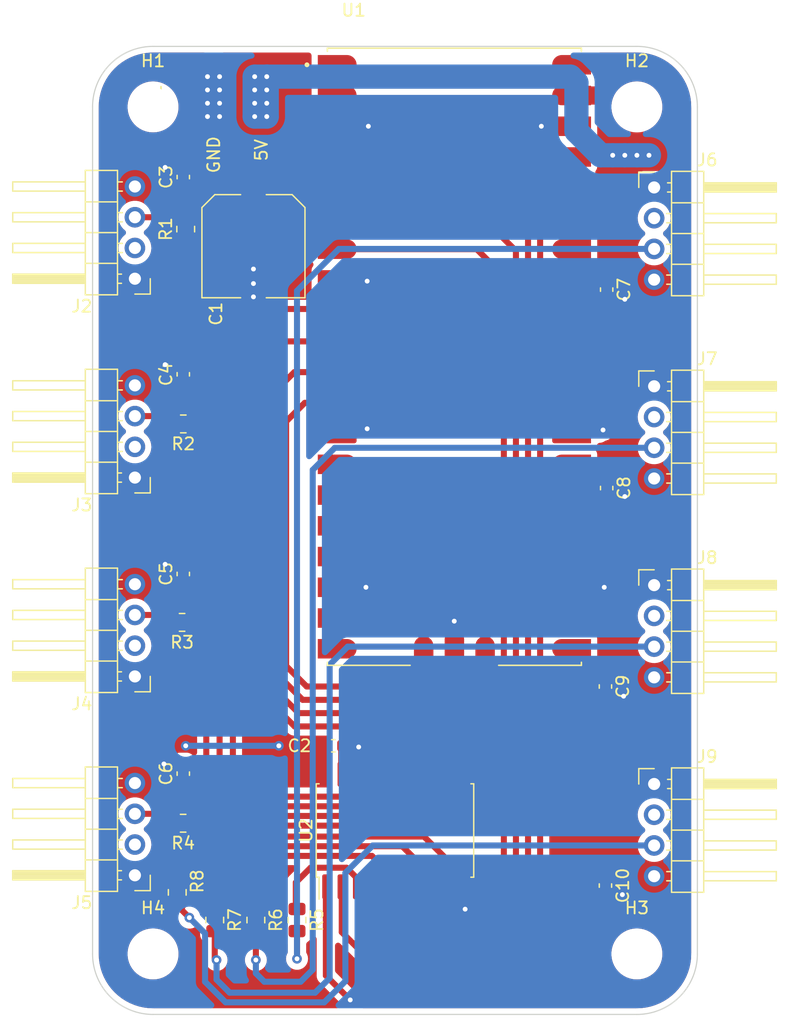
<source format=kicad_pcb>
(kicad_pcb (version 20211014) (generator pcbnew)
  (layers (0 "F.Cu" signal) (31 "B.Cu" signal) (34 "B.Paste" user) (35 "F.Paste" user) (36 "B.SilkS" user "B.Silkscreen") (37 "F.SilkS" user "F.Silkscreen") (38 "B.Mask" user) (39 "F.Mask" user) (44 "Edge.Cuts" user))
  (net 0 "")
  (net 3 "Net-(U1-Pad4)")
  (net 4 "Net-(U1-Pad5)")
  (net 5 "Net-(U1-Pad6)")
  (net 6 "Net-(U1-Pad7)")
  (net 7 "Net-(U1-Pad9)")
  (net 8 "Net-(U1-Pad10)")
  (net 9 "Net-(U1-Pad11)")
  (net 10 "Net-(U1-Pad12)")
  (net 34 "+5V")
  (net 35 "GND")
  (net 37 "Net-(J2-Pad3)")
  (net 39 "Net-(J3-Pad3)")
  (net 41 "Net-(J4-Pad3)")
  (net 43 "Net-(J5-Pad3)")
  (net 45 "Net-(J6-Pad3)")
  (net 47 "Net-(J7-Pad3)")
  (net 49 "Net-(J8-Pad3)")
  (net 51 "Net-(J9-Pad3)")
  (net 52 "/CH1_1")
  (net 53 "/CH1_2")
  (net 54 "/CH1_3")
  (net 55 "/CH1_4")
  (net 56 "/CH2_1")
  (net 57 "/CH2_2")
  (net 58 "/CH2_3")
  (net 59 "/CH2_4")
  (footprint "Resistor_SMD:R_0805_2012Metric" (layer "F.Cu") (at 127.7 75.1 90)
    (fp_text reference "R1")
    (fp_text value "330")
  )
  (footprint "srgb_pico:PinHeader_ARGB_1x04_P2.54mm_Horizontal" (layer "F.Cu") (at 166.425 88.09)
    (fp_text reference "J7")
    (fp_text value "Conn_01x04_Male")
  )
  (footprint "Resistor_SMD:R_0805_2012Metric" (layer "F.Cu") (at 136.9 132.2 -90)
    (fp_text reference "R5")
    (fp_text value "330")
  )
  (footprint "MountingHole:MountingHole_3.2mm_M3_DIN965" (layer "F.Cu") (at 165 135)
    (fp_text reference "H3")
    (fp_text value "MountingHole")
  )
  (footprint "Capacitor_SMD:C_0603_1608Metric" (layer "F.Cu") (at 127.5 87.1 90)
    (fp_text reference "C4")
    (fp_text value "1u")
  )
  (footprint "Capacitor_SMD:C_0603_1608Metric" (layer "F.Cu") (at 139.9 117.8 180)
    (fp_text reference "C2")
    (fp_text value "100n")
  )
  (footprint "MountingHole:MountingHole_3.2mm_M3_DIN965" (layer "F.Cu") (at 125 135)
    (fp_text reference "H4")
    (fp_text value "MountingHole")
  )
  (footprint "Capacitor_SMD:C_0603_1608Metric" (layer "F.Cu") (at 162.5 80.1 -90)
    (fp_text reference "C7")
    (fp_text value "1u")
  )
  (footprint "MountingHole:MountingHole_3.2mm_M3_DIN965" (layer "F.Cu") (at 165 65)
    (fp_text reference "H2")
    (fp_text value "MountingHole")
  )
  (footprint "Capacitor_SMD:C_0603_1608Metric" (layer "F.Cu") (at 127.5 103.6 90)
    (fp_text reference "C5")
    (fp_text value "1u")
  )
  (footprint "srgb_pico:MODULE_SC0915" (layer "F.Cu") (at 149.9125 85.65)
    (fp_text reference "U1")
    (fp_text value "SC0915")
  )
  (footprint "Resistor_SMD:R_0805_2012Metric" (layer "F.Cu") (at 127 129.9125 -90)
    (fp_text reference "R8")
    (fp_text value "330")
  )
  (footprint "Resistor_SMD:R_0805_2012Metric" (layer "F.Cu") (at 130.1 132.2 -90)
    (fp_text reference "R7")
    (fp_text value "330")
  )
  (footprint "srgb_pico:PinHeader_ARGB_1x04_P2.54mm_Horizontal" (layer "F.Cu") (at 123.5 112.066666 180)
    (fp_text reference "J4")
    (fp_text value "Conn_01x04_Male")
  )
  (footprint "Resistor_SMD:R_0805_2012Metric" (layer "F.Cu") (at 127.4875 124.2 180)
    (fp_text reference "R4")
    (fp_text value "330")
  )
  (footprint "srgb_pico:PinHeader_ARGB_1x04_P2.54mm_Horizontal" (layer "F.Cu") (at 123.5 79.2 180)
    (fp_text reference "J2")
    (fp_text value "Conn_01x04_Male")
  )
  (footprint "srgb_pico:PinHeader_ARGB_1x04_P2.54mm_Horizontal" (layer "F.Cu") (at 166.425 71.656667)
    (fp_text reference "J6")
    (fp_text value "Conn_01x04_Male")
  )
  (footprint "srgb_pico:pwr_in" (layer "F.Cu") (at 125.7 64 90)
    (fp_text reference "J1")
    (fp_text value "Conn_01x02")
  )
  (footprint "Capacitor_SMD:C_0603_1608Metric" (layer "F.Cu") (at 162.4 112.9 -90)
    (fp_text reference "C9")
    (fp_text value "1u")
  )
  (footprint "Resistor_SMD:R_0805_2012Metric" (layer "F.Cu") (at 127.4 107.6 180)
    (fp_text reference "R3")
    (fp_text value "330")
  )
  (footprint "Capacitor_SMD:C_0603_1608Metric" (layer "F.Cu") (at 162.4 129.35 -90)
    (fp_text reference "C10")
    (fp_text value "1u")
  )
  (footprint "Capacitor_SMD:C_0603_1608Metric" (layer "F.Cu") (at 127.5 70.8 90)
    (fp_text reference "C3")
    (fp_text value "1u")
  )
  (footprint "srgb_pico:PinHeader_ARGB_1x04_P2.54mm_Horizontal" (layer "F.Cu") (at 166.425 104.523333)
    (fp_text reference "J8")
    (fp_text value "Conn_01x04_Male")
  )
  (footprint "Capacitor_SMD:C_0603_1608Metric" (layer "F.Cu") (at 127.5 120.1 90)
    (fp_text reference "C6")
    (fp_text value "1u")
  )
  (footprint "Capacitor_SMD:C_Elec_8x6.2" (layer "F.Cu") (at 133.3 76.5125 -90)
    (fp_text reference "C1")
    (fp_text value "470u")
  )
  (footprint "Resistor_SMD:R_0805_2012Metric" (layer "F.Cu") (at 127.5 91.2 180)
    (fp_text reference "R2")
    (fp_text value "330")
  )
  (footprint "srgb_pico:PinHeader_ARGB_1x04_P2.54mm_Horizontal" (layer "F.Cu") (at 166.425 120.956667)
    (fp_text reference "J9")
    (fp_text value "Conn_01x04_Male")
  )
  (footprint "srgb_pico:PinHeader_ARGB_1x04_P2.54mm_Horizontal" (layer "F.Cu") (at 123.5 128.5 180)
    (fp_text reference "J5")
    (fp_text value "Conn_01x04_Male")
  )
  (footprint "Resistor_SMD:R_0805_2012Metric" (layer "F.Cu") (at 133.5 132.2 -90)
    (fp_text reference "R6")
    (fp_text value "330")
  )
  (footprint "Capacitor_SMD:C_0603_1608Metric" (layer "F.Cu") (at 162.5 96.5 -90)
    (fp_text reference "C8")
    (fp_text value "1u")
  )
  (footprint "MountingHole:MountingHole_3.2mm_M3_DIN965" (layer "F.Cu") (at 125 65)
    (fp_text reference "H1")
    (fp_text value "MountingHole")
  )
  (footprint "srgb_pico:PinHeader_ARGB_1x04_P2.54mm_Horizontal" (layer "F.Cu") (at 123.5 95.633333 180)
    (fp_text reference "J3")
    (fp_text value "Conn_01x04_Male")
  )
  (footprint "Package_SO:SOIC-20W_7.5x12.8mm_P1.27mm" (layer "F.Cu") (at 145 124.8 90)
    (fp_text reference "U2")
    (fp_text value "74HCT244")
  )
  (gr_line (start 170 135) (end 170 65) (layer "Edge.Cuts") (width 0.1))
  (gr_arc (start 120 65) (mid 121.464466 61.464466) (end 125 60) (layer "Edge.Cuts") (width 0.1))
  (gr_arc (start 165 60) (mid 168.535534 61.464466) (end 170 65) (layer "Edge.Cuts") (width 0.1))
  (gr_arc (start 170 135) (mid 168.535534 138.535534) (end 165 140) (layer "Edge.Cuts") (width 0.1))
  (gr_line (start 165 60) (end 125 60) (layer "Edge.Cuts") (width 0.1))
  (gr_line (start 120 65) (end 120 135) (layer "Edge.Cuts") (width 0.1))
  (gr_line (start 125 140) (end 165 140) (layer "Edge.Cuts") (width 0.1))
  (gr_arc (start 125 140) (mid 121.464466 138.535534) (end 120 135) (layer "Edge.Cuts") (width 0.1))
  (segment (start 157 72.9) (end 153.24 69.14) (width 0.5) (layer "F.Cu") (net 3))
  (segment (start 140.555 129.45) (end 140.6 129.495) (width 0.5) (layer "F.Cu") (net 3))
  (segment (start 143.2 135.8) (end 154.501497 135.8) (width 0.5) (layer "F.Cu") (net 3))
  (segment (start 157 133.301497) (end 157 72.9) (width 0.5) (layer "F.Cu") (net 3))
  (segment (start 140.6 129.495) (end 140.6 133.2) (width 0.5) (layer "F.Cu") (net 3))
  (segment (start 153.24 69.14) (end 140.2225 69.14) (width 0.5) (layer "F.Cu") (net 3))
  (segment (start 140.6 133.2) (end 143.2 135.8) (width 0.5) (layer "F.Cu") (net 3))
  (segment (start 154.501497 135.8) (end 157 133.301497) (width 0.5) (layer "F.Cu") (net 3))
  (segment (start 143.095 129.45) (end 143.095 132.795) (width 0.5) (layer "F.Cu") (net 4))
  (segment (start 152.88 71.68) (end 140.2225 71.68) (width 0.5) (layer "F.Cu") (net 4))
  (segment (start 156 74.8) (end 152.88 71.68) (width 0.5) (layer "F.Cu") (net 4))
  (segment (start 143.095 132.795) (end 145 134.7) (width 0.5) (layer "F.Cu") (net 4))
  (segment (start 145 134.7) (end 154.270333 134.7) (width 0.5) (layer "F.Cu") (net 4))
  (segment (start 154.270333 134.7) (end 156 132.970333) (width 0.5) (layer "F.Cu") (net 4))
  (segment (start 156 132.970333) (end 156 74.8) (width 0.5) (layer "F.Cu") (net 4))
  (segment (start 145.635 132.334002) (end 146.900998 133.6) (width 0.5) (layer "F.Cu") (net 5))
  (segment (start 155 132.63917) (end 155 76.9) (width 0.5) (layer "F.Cu") (net 5))
  (segment (start 146.900998 133.6) (end 154.03917 133.6) (width 0.5) (layer "F.Cu") (net 5))
  (segment (start 155 76.9) (end 152.32 74.22) (width 0.5) (layer "F.Cu") (net 5))
  (segment (start 152.32 74.22) (end 140.2225 74.22) (width 0.5) (layer "F.Cu") (net 5))
  (segment (start 145.635 129.45) (end 145.635 132.334002) (width 0.5) (layer "F.Cu") (net 5))
  (segment (start 154.03917 133.6) (end 155 132.63917) (width 0.5) (layer "F.Cu") (net 5))
  (segment (start 149.001497 132.501497) (end 148.2 131.7) (width 0.5) (layer "F.Cu") (net 6))
  (segment (start 153.999994 78.999994) (end 153.999994 132.308008) (width 0.5) (layer "F.Cu") (net 6))
  (segment (start 151.76 76.76) (end 153.999994 78.999994) (width 0.5) (layer "F.Cu") (net 6))
  (segment (start 140.2225 76.76) (end 151.76 76.76) (width 0.5) (layer "F.Cu") (net 6))
  (segment (start 153.806505 132.501497) (end 149.001497 132.501497) (width 0.5) (layer "F.Cu") (net 6))
  (segment (start 148.2 131.7) (end 148.2 129.475) (width 0.5) (layer "F.Cu") (net 6))
  (segment (start 153.999994 132.308008) (end 153.806505 132.501497) (width 0.5) (layer "F.Cu") (net 6))
  (segment (start 148.2 129.475) (end 148.175 129.45) (width 0.5) (layer "F.Cu") (net 6))
  (segment (start 140.2225 81.84) (end 140.0825 81.7) (width 0.5) (layer "F.Cu") (net 7))
  (segment (start 135.298503 81.7) (end 132.7 84.298503) (width 0.5) (layer "F.Cu") (net 7))
  (segment (start 140.0825 81.7) (end 135.298503 81.7) (width 0.5) (layer "F.Cu") (net 7))
  (segment (start 136.704001 116.199999) (end 142.1 116.2) (width 0.5) (layer "F.Cu") (net 7))
  (segment (start 142.1 116.2) (end 143.095 117.195) (width 0.5) (layer "F.Cu") (net 7))
  (segment (start 143.095 117.195) (end 143.095 120.15) (width 0.5) (layer "F.Cu") (net 7))
  (segment (start 132.7 112.195998) (end 136.704001 116.199999) (width 0.5) (layer "F.Cu") (net 7))
  (segment (start 132.7 84.298503) (end 132.7 112.195998) (width 0.5) (layer "F.Cu") (net 7))
  (segment (start 135.82 84.38) (end 133.8 86.4) (width 0.5) (layer "F.Cu") (net 8))
  (segment (start 133.8 111.862328) (end 133.801496 111.862328) (width 0.5) (layer "F.Cu") (net 8))
  (segment (start 145.635 116.535) (end 145.635 120.15) (width 0.5) (layer "F.Cu") (net 8))
  (segment (start 144.2 115.1) (end 145.635 116.535) (width 0.5) (layer "F.Cu") (net 8))
  (segment (start 140.2225 84.38) (end 135.82 84.38) (width 0.5) (layer "F.Cu") (net 8))
  (segment (start 133.8 86.4) (end 133.8 111.862328) (width 0.5) (layer "F.Cu") (net 8))
  (segment (start 133.801496 111.862328) (end 137.039167 115.099999) (width 0.5) (layer "F.Cu") (net 8))
  (segment (start 137.039167 115.099999) (end 144.2 115.1) (width 0.5) (layer "F.Cu") (net 8))
  (segment (start 134.900499 111.531164) (end 137.370332 114.000998) (width 0.5) (layer "F.Cu") (net 9))
  (segment (start 134.900499 111.531164) (end 134.900499 88.699501) (width 0.5) (layer "F.Cu") (net 9))
  (segment (start 148.175 120.15) (end 148.175 115.775) (width 0.5) (layer "F.Cu") (net 9))
  (segment (start 148.175 115.775) (end 146.400998 114.000998) (width 0.5) (layer "F.Cu") (net 9))
  (segment (start 146.400998 114.000998) (end 137.370332 114.000998) (width 0.5) (layer "F.Cu") (net 9))
  (segment (start 136.68 86.92) (end 140.2225 86.92) (width 0.5) (layer "F.Cu") (net 9))
  (segment (start 136.68 86.92) (end 134.900499 88.699501) (width 0.5) (layer "F.Cu") (net 9))
  (segment (start 137.54 89.46) (end 136 91) (width 0.5) (layer "F.Cu") (net 10))
  (segment (start 148.9 112.9) (end 150.715 114.715) (width 0.5) (layer "F.Cu") (net 10))
  (segment (start 140.2225 89.46) (end 137.54 89.46) (width 0.5) (layer "F.Cu") (net 10))
  (segment (start 136 111.2) (end 137.7 112.9) (width 0.5) (layer "F.Cu") (net 10))
  (segment (start 137.7 112.9) (end 148.9 112.9) (width 0.5) (layer "F.Cu") (net 10))
  (segment (start 136 91) (end 136 111.2) (width 0.5) (layer "F.Cu") (net 10))
  (segment (start 150.715 114.715) (end 150.715 120.15) (width 0.5) (layer "F.Cu") (net 10))
  (segment (start 159.94 64.06) (end 160 64) (width 1.5) (layer "F.Cu") (net 34))
  (segment (start 161.94 64.06) (end 162 64) (width 1.5) (layer "F.Cu") (net 34))
  (segment (start 139.285 117.96) (end 139.125 117.8) (width 0.5) (layer "F.Cu") (net 34))
  (segment (start 162.418333 112.143333) (end 162.4 112.125) (width 0.5) (layer "F.Cu") (net 34))
  (segment (start 139.125 117.8) (end 135.4 117.8) (width 0.5) (layer "F.Cu") (net 34))
  (segment (start 166.425 128.576667) (end 162.401667 128.576667) (width 0.5) (layer "F.Cu") (net 34))
  (segment (start 166.425 95.71) (end 162.99 95.71) (width 0.5) (layer "F.Cu") (net 34))
  (segment (start 162.401667 128.576667) (end 162.4 128.575) (width 0.5) (layer "F.Cu") (net 34))
  (segment (start 166.425 112.143333) (end 162.418333 112.143333) (width 0.5) (layer "F.Cu") (net 34))
  (segment (start 162.548333 79.276667) (end 162.5 79.325) (width 0.5) (layer "F.Cu") (net 34))
  (segment (start 159.6025 64.06) (end 161.94 64.06) (width 1.5) (layer "F.Cu") (net 34))
  (segment (start 166.425 79.276667) (end 162.548333 79.276667) (width 0.5) (layer "F.Cu") (net 34))
  (segment (start 162.99 95.71) (end 162.5 96.2) (width 0.5) (layer "F.Cu") (net 34))
  (segment (start 159.6025 64.06) (end 159.94 64.06) (width 1.5) (layer "F.Cu") (net 34))
  (segment (start 139.285 120.15) (end 139.285 117.96) (width 0.5) (layer "F.Cu") (net 34))
  (via (at 134.4 65.8) (size 0.8) (drill 0.4) (layers "F.Cu" "B.Cu") (net 34))
  (via (at 133.4 65.8) (size 0.8) (drill 0.4) (layers "F.Cu" "B.Cu") (net 34))
  (via (at 166 69) (size 0.8) (drill 0.4) (layers "F.Cu" "B.Cu") (net 34))
  (via (at 134.4 63.6) (size 0.8) (drill 0.4) (layers "F.Cu" "B.Cu") (net 34))
  (via (at 127.7 117.8) (size 0.8) (drill 0.4) (layers "F.Cu" "B.Cu") (net 34))
  (via (at 134.4 64.7) (size 0.8) (drill 0.4) (layers "F.Cu" "B.Cu") (net 34))
  (via (at 133.4 63.6) (size 0.8) (drill 0.4) (layers "F.Cu" "B.Cu") (net 34))
  (via (at 163 69) (size 0.8) (drill 0.4) (layers "F.Cu" "B.Cu") (net 34))
  (via (at 133.4 64.7) (size 0.8) (drill 0.4) (layers "F.Cu" "B.Cu") (net 34))
  (via (at 165 69) (size 0.8) (drill 0.4) (layers "F.Cu" "B.Cu") (net 34))
  (via (at 135.4 117.8) (size 0.8) (drill 0.4) (layers "F.Cu" "B.Cu") (net 34))
  (via (at 134.4 62.5) (size 0.8) (drill 0.4) (layers "F.Cu" "B.Cu") (net 34))
  (via (at 133.4 62.5) (size 0.8) (drill 0.4) (layers "F.Cu" "B.Cu") (net 34))
  (via (at 164 69) (size 0.8) (drill 0.4) (layers "F.Cu" "B.Cu") (net 34))
  (segment (start 135.4 117.8) (end 127.7 117.8) (width 0.5) (layer "B.Cu") (net 34))
  (segment (start 165 69) (end 166 69) (width 2) (layer "B.Cu") (net 34))
  (segment (start 133.4 65.8) (end 133.4 62.5) (width 2) (layer "B.Cu") (net 34))
  (segment (start 162 69) (end 163 69) (width 2) (layer "B.Cu") (net 34))
  (segment (start 133.4 62.5) (end 134.4 62.5) (width 2) (layer "B.Cu") (net 34))
  (segment (start 159.5 62.5) (end 160 63) (width 2) (layer "B.Cu") (net 34))
  (segment (start 160 67) (end 162 69) (width 2) (layer "B.Cu") (net 34))
  (segment (start 164 69) (end 165 69) (width 2) (layer "B.Cu") (net 34))
  (segment (start 163 69) (end 164 69) (width 2) (layer "B.Cu") (net 34))
  (segment (start 160 63) (end 160 67) (width 2) (layer "B.Cu") (net 34))
  (segment (start 133.4 65.8) (end 134.4 65.8) (width 2) (layer "B.Cu") (net 34))
  (segment (start 134.4 62.5) (end 134.4 65.8) (width 2) (layer "B.Cu") (net 34))
  (segment (start 134.4 62.5) (end 159.5 62.5) (width 2) (layer "B.Cu") (net 34))
  (segment (start 140.675 117.8) (end 141.9 117.8) (width 0.5) (layer "F.Cu") (net 35))
  (segment (start 162.4 130.125) (end 163.775 130.125) (width 0.5) (layer "F.Cu") (net 35))
  (segment (start 139.285 129.45) (end 139.285 136.785) (width 0.5) (layer "F.Cu") (net 35))
  (segment (start 159.6025 92) (end 161.9 92) (width 0.5) (layer "F.Cu") (net 35))
  (segment (start 127.5 119.325) (end 125.925 119.325) (width 0.5) (layer "F.Cu") (net 35))
  (segment (start 160.3 79.3) (end 161.875 80.875) (width 0.5) (layer "F.Cu") (net 35))
  (segment (start 127.5 70.025) (end 126.025 70.025) (width 0.5) (layer "F.Cu") (net 35))
  (segment (start 163.925 97.275) (end 164 97.2) (width 0.5) (layer "F.Cu") (net 35))
  (segment (start 161.9 92) (end 162.2 91.7) (width 0.5) (layer "F.Cu") (net 35))
  (segment (start 163.975 80.875) (end 164 80.9) (width 0.5) (layer "F.Cu") (net 35))
  (segment (start 159.6025 104.7) (end 162.3 104.7) (width 0.5) (layer "F.Cu") (net 35))
  (segment (start 159.6025 66.6) (end 157.1 66.6) (width 0.5) (layer "F.Cu") (net 35))
  (segment (start 127.5 102.825) (end 126.025 102.825) (width 0.5) (layer "F.Cu") (net 35))
  (segment (start 163.775 130.125) (end 163.8 130.1) (width 0.5) (layer "F.Cu") (net 35))
  (segment (start 140.2225 104.7) (end 142.6 104.7) (width 0.5) (layer "F.Cu") (net 35))
  (segment (start 162.5 97.275) (end 163.925 97.275) (width 0.5) (layer "F.Cu") (net 35))
  (segment (start 126.025 102.825) (end 126 102.8) (width 0.5) (layer "F.Cu") (net 35))
  (segment (start 125.925 119.325) (end 125.9 119.3) (width 0.5) (layer "F.Cu") (net 35))
  (segment (start 162.5 80.875) (end 163.975 80.875) (width 0.5) (layer "F.Cu") (net 35))
  (segment (start 142.6 79.3) (end 142.7 79.4) (width 0.5) (layer "F.Cu") (net 35))
  (segment (start 140.555 120.15) (end 140.555 117.92) (width 0.5) (layer "F.Cu") (net 35))
  (segment (start 127.5 86.325) (end 126.025 86.325) (width 0.5) (layer "F.Cu") (net 35))
  (segment (start 159.6025 79.3) (end 160.3 79.3) (width 0.5) (layer "F.Cu") (net 35))
  (segment (start 141.9 117.8) (end 142 117.9) (width 0.5) (layer "F.Cu") (net 35))
  (segment (start 149.9125 110.35) (end 149.9125 107.5125) (width 0.5) (layer "F.Cu") (net 35))
  (segment (start 140.2225 92) (end 142.3 92) (width 0.5) (layer "F.Cu") (net 35))
  (segment (start 162.4 113.675) (end 163.875 113.675) (width 0.5) (layer "F.Cu") (net 35))
  (segment (start 150.715 131.215) (end 150.8 131.3) (width 0.5) (layer "F.Cu") (net 35))
  (segment (start 139.285 136.785) (end 141.3 138.8) (width 0.5) (layer "F.Cu") (net 35))
  (segment (start 140.555 117.92) (end 140.675 117.8) (width 0.5) (layer "F.Cu") (net 35))
  (segment (start 126.025 86.325) (end 126 86.3) (width 0.5) (layer "F.Cu") (net 35))
  (segment (start 140.2225 66.6) (end 142.8 66.6) (width 0.5) (layer "F.Cu") (net 35))
  (segment (start 163.875 113.675) (end 163.9 113.7) (width 0.5) (layer "F.Cu") (net 35))
  (segment (start 126.025 70.025) (end 126 70) (width 0.5) (layer "F.Cu") (net 35))
  (segment (start 161.875 80.875) (end 162.5 80.875) (width 0.5) (layer "F.Cu") (net 35))
  (segment (start 149.9125 107.5125) (end 149.9 107.5) (width 0.5) (layer "F.Cu") (net 35))
  (segment (start 142.3 92) (end 142.7 91.6) (width 0.5) (layer "F.Cu") (net 35))
  (segment (start 140.2225 79.3) (end 142.6 79.3) (width 0.5) (layer "F.Cu") (net 35))
  (segment (start 150.715 129.45) (end 150.715 131.215) (width 0.5) (layer "F.Cu") (net 35))
  (via (at 133.3 80.7) (size 0.8) (drill 0.4) (layers "F.Cu" "B.Cu") (net 35))
  (via (at 162.2 91.7) (size 0.8) (drill 0.4) (layers "F.Cu" "B.Cu") (net 35))
  (via (at 150.8 131.3) (size 0.8) (drill 0.4) (layers "F.Cu" "B.Cu") (net 35))
  (via (at 130.5 64.7) (size 0.8) (drill 0.4) (layers "F.Cu" "B.Cu") (net 35))
  (via (at 163.8 130.1) (size 0.8) (drill 0.4) (layers "F.Cu" "B.Cu") (net 35))
  (via (at 129.5 62.5) (size 0.8) (drill 0.4) (layers "F.Cu" "B.Cu") (net 35))
  (via (at 129.5 65.8) (size 0.8) (drill 0.4) (layers "F.Cu" "B.Cu") (net 35))
  (via (at 142.7 91.6) (size 0.8) (drill 0.4) (layers "F.Cu" "B.Cu") (net 35))
  (via (at 133.3 78.4) (size 0.8) (drill 0.4) (layers "F.Cu" "B.Cu") (net 35))
  (via (at 141.3 138.8) (size 0.8) (drill 0.4) (layers "F.Cu" "B.Cu") (net 35))
  (via (at 149.9 107.5) (size 0.8) (drill 0.4) (layers "F.Cu" "B.Cu") (net 35))
  (via (at 142.7 79.4) (size 0.8) (drill 0.4) (layers "F.Cu" "B.Cu") (net 35))
  (via (at 162.3 104.7) (size 0.8) (drill 0.4) (layers "F.Cu" "B.Cu") (net 35))
  (via (at 133.3 79.6) (size 0.8) (drill 0.4) (layers "F.Cu" "B.Cu") (net 35))
  (via (at 130.5 63.6) (size 0.8) (drill 0.4) (layers "F.Cu" "B.Cu") (net 35))
  (via (at 126 70) (size 0.8) (drill 0.4) (layers "F.Cu" "B.Cu") (net 35))
  (via (at 142.8 66.6) (size 0.8) (drill 0.4) (layers "F.Cu" "B.Cu") (net 35))
  (via (at 142.6 104.7) (size 0.8) (drill 0.4) (layers "F.Cu" "B.Cu") (net 35))
  (via (at 130.5 65.8) (size 0.8) (drill 0.4) (layers "F.Cu" "B.Cu") (net 35))
  (via (at 163.9 113.7) (size 0.8) (drill 0.4) (layers "F.Cu" "B.Cu") (net 35))
  (via (at 126 102.8) (size 0.8) (drill 0.4) (layers "F.Cu" "B.Cu") (net 35))
  (via (at 142 117.9) (size 0.8) (drill 0.4) (layers "F.Cu" "B.Cu") (net 35))
  (via (at 164 97.2) (size 0.8) (drill 0.4) (layers "F.Cu" "B.Cu") (net 35))
  (via (at 129.5 64.7) (size 0.8) (drill 0.4) (layers "F.Cu" "B.Cu") (net 35))
  (via (at 129.5 63.6) (size 0.8) (drill 0.4) (layers "F.Cu" "B.Cu") (net 35))
  (via (at 157.1 66.6) (size 0.8) (drill 0.4) (layers "F.Cu" "B.Cu") (net 35))
  (via (at 125.9 119.3) (size 0.8) (drill 0.4) (layers "F.Cu" "B.Cu") (net 35))
  (via (at 164 80.9) (size 0.8) (drill 0.4) (layers "F.Cu" "B.Cu") (net 35))
  (via (at 130.5 62.5) (size 0.8) (drill 0.4) (layers "F.Cu" "B.Cu") (net 35))
  (via (at 126 86.3) (size 0.8) (drill 0.4) (layers "F.Cu" "B.Cu") (net 35))
  (segment (start 127.6325 74.12) (end 127.7 74.1875) (width 0.5) (layer "F.Cu") (net 37))
  (segment (start 123.5 74.12) (end 127.6325 74.12) (width 0.5) (layer "F.Cu") (net 37))
  (segment (start 125.940833 90.553333) (end 126.5875 91.2) (width 0.5) (layer "F.Cu") (net 39))
  (segment (start 123.5 90.553333) (end 125.940833 90.553333) (width 0.5) (layer "F.Cu") (net 39))
  (segment (start 123.5 106.986666) (end 125.874166 106.986666) (width 0.5) (layer "F.Cu") (net 41))
  (segment (start 125.874166 106.986666) (end 126.4875 107.6) (width 0.5) (layer "F.Cu") (net 41))
  (segment (start 123.5 123.42) (end 125.795 123.42) (width 0.5) (layer "F.Cu") (net 43))
  (segment (start 125.795 123.42) (end 126.575 124.2) (width 0.5) (layer "F.Cu") (net 43))
  (segment (start 136.9 133.1125) (end 136.9 135.4) (width 0.5) (layer "F.Cu") (net 45))
  (via (at 136.9 135.4) (size 0.8) (drill 0.4) (layers "F.Cu" "B.Cu") (net 45))
  (segment (start 140.363333 76.736667) (end 166.425 76.736667) (width 0.5) (layer "B.Cu") (net 45))
  (segment (start 136.9 80.2) (end 140.363333 76.736667) (width 0.5) (layer "B.Cu") (net 45))
  (segment (start 136.9 135.4) (end 136.9 80.2) (width 0.5) (layer "B.Cu") (net 45))
  (segment (start 133.5 133.1125) (end 133.5 135.5) (width 0.5) (layer "F.Cu") (net 47))
  (via (at 133.5 135.5) (size 0.8) (drill 0.4) (layers "F.Cu" "B.Cu") (net 47))
  (segment (start 137.2 137.3) (end 138.2 136.3) (width 0.5) (layer "B.Cu") (net 47))
  (segment (start 133.5 135.5) (end 133.5 136.6) (width 0.5) (layer "B.Cu") (net 47))
  (segment (start 133.5 136.6) (end 134.2 137.3) (width 0.5) (layer "B.Cu") (net 47))
  (segment (start 134.2 137.3) (end 137.2 137.3) (width 0.5) (layer "B.Cu") (net 47))
  (segment (start 140.03 93.17) (end 166.425 93.17) (width 0.5) (layer "B.Cu") (net 47))
  (segment (start 138.2 95) (end 140.03 93.17) (width 0.5) (layer "B.Cu") (net 47))
  (segment (start 138.2 136.3) (end 138.2 95) (width 0.5) (layer "B.Cu") (net 47))
  (segment (start 130.1 135.3505) (end 130.2495 135.5) (width 0.5) (layer "F.Cu") (net 49))
  (segment (start 130.1 133.1125) (end 130.1 135.3505) (width 0.5) (layer "F.Cu") (net 49))
  (via (at 130.2495 135.5) (size 0.8) (drill 0.4) (layers "F.Cu" "B.Cu") (net 49))
  (segment (start 131.331165 138.200499) (end 130.2495 137.118834) (width 0.5) (layer "B.Cu") (net 49))
  (segment (start 139.6 137) (end 138.399501 138.200499) (width 0.5) (layer "B.Cu") (net 49))
  (segment (start 141.096667 109.603333) (end 139.6 111.1) (width 0.5) (layer "B.Cu") (net 49))
  (segment (start 139.6 111.1) (end 139.6 137) (width 0.5) (layer "B.Cu") (net 49))
  (segment (start 130.2495 137.118834) (end 130.2495 135.5) (width 0.5) (layer "B.Cu") (net 49))
  (segment (start 166.425 109.603333) (end 141.096667 109.603333) (width 0.5) (layer "B.Cu") (net 49))
  (segment (start 138.399501 138.200499) (end 131.331165 138.200499) (width 0.5) (layer "B.Cu") (net 49))
  (segment (start 127 130.825) (end 127 131) (width 0.5) (layer "F.Cu") (net 51))
  (segment (start 127 131) (end 128 132) (width 0.5) (layer "F.Cu") (net 51))
  (via (at 128 132) (size 0.8) (drill 0.4) (layers "F.Cu" "B.Cu") (net 51))
  (segment (start 140.9 137.25493) (end 140.9 128.3) (width 0.5) (layer "B.Cu") (net 51))
  (segment (start 131 139) (end 139.15493 139) (width 0.5) (layer "B.Cu") (net 51))
  (segment (start 140.9 128.3) (end 143.163333 126.036667) (width 0.5) (layer "B.Cu") (net 51))
  (segment (start 128 132) (end 129.3 133.3) (width 0.5) (layer "B.Cu") (net 51))
  (segment (start 129.3 137.3) (end 131 139) (width 0.5) (layer "B.Cu") (net 51))
  (segment (start 129.3 133.3) (end 129.3 137.3) (width 0.5) (layer "B.Cu") (net 51))
  (segment (start 139.15493 139) (end 140.9 137.25493) (width 0.5) (layer "B.Cu") (net 51))
  (segment (start 143.163333 126.036667) (end 166.425 126.036667) (width 0.5) (layer "B.Cu") (net 51))
  (segment (start 131.6 121.1) (end 131.6 76.8) (width 0.5) (layer "F.Cu") (net 52))
  (segment (start 132.5 122) (end 131.6 121.1) (width 0.5) (layer "F.Cu") (net 52))
  (segment (start 130.8125 76.0125) (end 127.7 76.0125) (width 0.5) (layer "F.Cu") (net 52))
  (segment (start 141.825 121.275) (end 141.1 122) (width 0.5) (layer "F.Cu") (net 52))
  (segment (start 131.6 76.8) (end 130.8125 76.0125) (width 0.5) (layer "F.Cu") (net 52))
  (segment (start 141.1 122) (end 132.5 122) (width 0.5) (layer "F.Cu") (net 52))
  (segment (start 141.825 120.15) (end 141.825 121.275) (width 0.5) (layer "F.Cu") (net 52))
  (segment (start 130.5 92.900499) (end 128.799501 91.2) (width 0.5) (layer "F.Cu") (net 53))
  (segment (start 144.365 121.935) (end 143.500499 122.799501) (width 0.5) (layer "F.Cu") (net 53))
  (segment (start 131.868836 122.799501) (end 130.5 121.430665) (width 0.5) (layer "F.Cu") (net 53))
  (segment (start 144.365 120.15) (end 144.365 121.935) (width 0.5) (layer "F.Cu") (net 53))
  (segment (start 130.5 121.430665) (end 130.5 92.9) (width 0.5) (layer "F.Cu") (net 53))
  (segment (start 143.500499 122.799501) (end 131.868836 122.799501) (width 0.5) (layer "F.Cu") (net 53))
  (segment (start 128.799501 91.2) (end 128.4125 91.2) (width 0.5) (layer "F.Cu") (net 53))
  (segment (start 145.300499 123.599501) (end 131.23817 123.599501) (width 0.5) (layer "F.Cu") (net 54))
  (segment (start 146.905 121.995) (end 145.300499 123.599501) (width 0.5) (layer "F.Cu") (net 54))
  (segment (start 146.905 120.15) (end 146.905 121.995) (width 0.5) (layer "F.Cu") (net 54))
  (segment (start 128.4 107.6) (end 128.3125 107.6) (width 0.5) (layer "F.Cu") (net 54))
  (segment (start 131.23817 123.599501) (end 129.400998 121.762328) (width 0.5) (layer "F.Cu") (net 54))
  (segment (start 129.400998 108.600998) (end 128.4 107.6) (width 0.5) (layer "F.Cu") (net 54))
  (segment (start 129.400998 121.762328) (end 129.400998 108.600998) (width 0.5) (layer "F.Cu") (net 54))
  (segment (start 149.445 122.655) (end 149.445 120.15) (width 0.5) (layer "F.Cu") (net 55))
  (segment (start 147.700998 124.399002) (end 149.445 122.655) (width 0.5) (layer "F.Cu") (net 55))
  (segment (start 128.4 124.2) (end 128.599002 124.399002) (width 0.5) (layer "F.Cu") (net 55))
  (segment (start 128.599002 124.399002) (end 147.700998 124.399002) (width 0.5) (layer "F.Cu") (net 55))
  (segment (start 136.8 131.1875) (end 136.9 131.2875) (width 0.5) (layer "F.Cu") (net 56))
  (segment (start 136.8 129.1) (end 136.8 131.1875) (width 0.5) (layer "F.Cu") (net 56))
  (segment (start 141.825 129.45) (end 141.825 128.705051) (width 0.5) (layer "F.Cu") (net 56))
  (segment (start 140.994949 127.875) (end 138.025 127.875) (width 0.5) (layer "F.Cu") (net 56))
  (segment (start 141.825 128.705051) (end 140.994949 127.875) (width 0.5) (layer "F.Cu") (net 56))
  (segment (start 138.025 127.875) (end 136.8 129.1) (width 0.5) (layer "F.Cu") (net 56))
  (segment (start 144.365 128.165) (end 143.1 126.9) (width 0.5) (layer "F.Cu") (net 57))
  (segment (start 143.1 126.9) (end 134.4 126.9) (width 0.5) (layer "F.Cu") (net 57))
  (segment (start 133.5 127.8) (end 133.5 131.2875) (width 0.5) (layer "F.Cu") (net 57))
  (segment (start 134.4 126.9) (end 133.5 127.8) (width 0.5) (layer "F.Cu") (net 57))
  (segment (start 144.365 129.45) (end 144.365 128.165) (width 0.5) (layer "F.Cu") (net 57))
  (segment (start 146.905 129.45) (end 146.905 127.405) (width 0.5) (layer "F.Cu") (net 58))
  (segment (start 130.1 127.5) (end 130.1 131.2875) (width 0.5) (layer "F.Cu") (net 58))
  (segment (start 145.6 126.1) (end 131.5 126.1) (width 0.5) (layer "F.Cu") (net 58))
  (segment (start 146.905 127.405) (end 145.6 126.1) (width 0.5) (layer "F.Cu") (net 58))
  (segment (start 131.5 126.1) (end 130.1 127.5) (width 0.5) (layer "F.Cu") (net 58))
  (segment (start 147.4 125.3) (end 129.7 125.3) (width 0.5) (layer "F.Cu") (net 59))
  (segment (start 149.445 127.345) (end 147.4 125.3) (width 0.5) (layer "F.Cu") (net 59))
  (segment (start 149.445 129.45) (end 149.445 127.345) (width 0.5) (layer "F.Cu") (net 59))
  (segment (start 129.7 125.3) (end 127 128) (width 0.5) (layer "F.Cu") (net 59))
  (segment (start 127 128) (end 127 129) (width 0.5) (layer "F.Cu") (net 59))
  (zone (net 34) (net_name "+5V") (layer "F.Cu") (connect_pads yes (clearance 0.508)) (min_thickness 0.5) (fill yes (thermal_gap 0.508) (thermal_bridge_width 0.508))
    (polygon (pts (xy 172.3 140.7) (xy 119.4 140.7) (xy 119.3 59) (xy 172.2 58.8)))
  )
  (zone (net 35) (net_name "GND") (layer "B.Cu") (connect_pads yes (clearance 0.508)) (min_thickness 0.5) (fill yes (thermal_gap 0.508) (thermal_bridge_width 0.508))
    (polygon (pts (xy 172.2 58.9) (xy 172.3 140.8) (xy 119.4 140.8) (xy 119.3 59) (xy 172.2 58.7)))
  )
)
</source>
